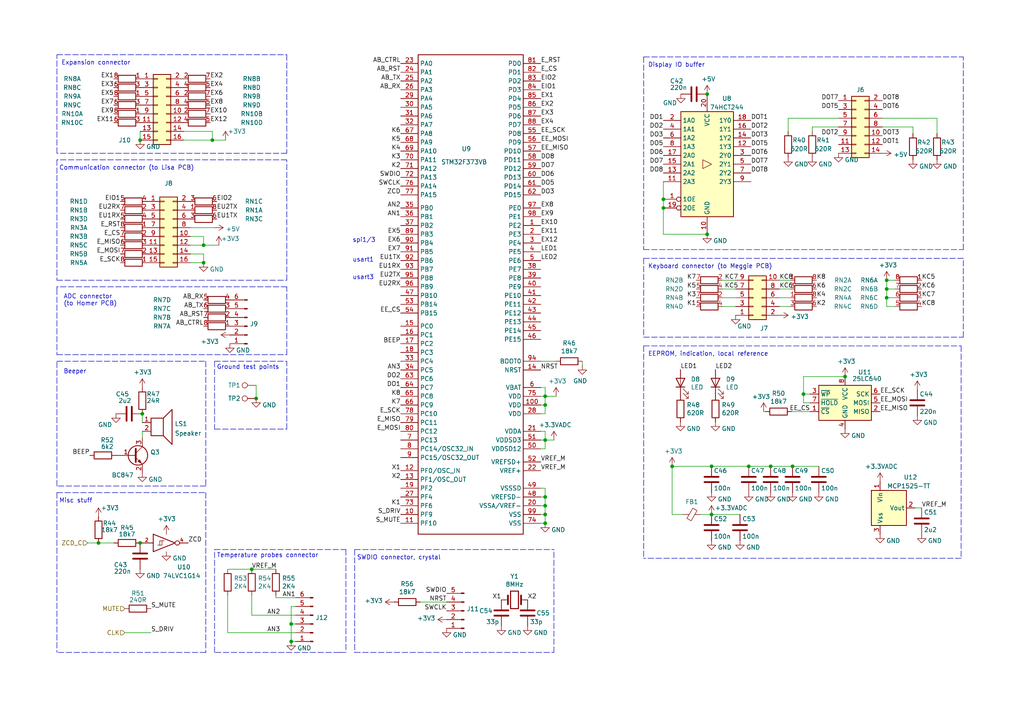
<source format=kicad_sch>
(kicad_sch (version 20211123) (generator eeschema)
  (paper "A4")
  (junction (at 73.025 165.1))
  (junction (at 158.115 151.765))
  (junction (at 40.64 40.64))
  (junction (at 59.055 76.2))
  (junction (at 84.455 180.975))
  (junction (at 61.595 40.64))
  (junction (at 158.115 114.935))
  (junction (at 40.64 157.48))
  (junction (at 158.115 149.225))
  (junction (at 223.52 135.255))
  (junction (at 205.105 67.945))
  (junction (at 245.11 109.22))
  (junction (at 28.575 157.48))
  (junction (at 158.115 117.475))
  (junction (at 158.115 127.635))
  (junction (at 74.295 115.57))
  (junction (at 84.455 186.055))
  (junction (at 158.115 144.145))
  (junction (at 158.115 146.685))
  (junction (at 257.175 81.28))
  (junction (at 192.405 60.325))
  (junction (at 41.275 120.015))
  (junction (at 229.87 135.255))
  (junction (at 257.175 83.82))
  (junction (at 206.375 135.255))
  (junction (at 194.945 135.255))
  (junction (at 206.375 149.225))
  (junction (at 59.055 71.12))
  (junction (at 205.105 27.305))
  (junction (at 233.045 114.3))
  (junction (at 192.405 57.785))
  (junction (at 257.175 86.36))
  (junction (at 217.17 135.255))
  (polyline (pts (xy 62.23 104.775) (xy 62.23 124.46)))
  (wire (pts (xy 209.55 88.9) (xy 213.36 88.9)))
  (wire (pts (xy 41.275 125.095) (xy 41.275 127)))
  (wire (pts (xy 59.055 73.66) (xy 55.245 73.66)))
  (polyline (pts (xy 186.69 100.33) (xy 186.69 161.925)))
  (polyline (pts (xy 186.69 74.93) (xy 251.46 74.93)))
  (wire (pts (xy 233.045 116.84) (xy 233.045 114.3)))
  (wire (pts (xy 198.12 149.225) (xy 194.945 149.225)))
  (wire (pts (xy 257.175 86.36) (xy 257.175 88.9)))
  (wire (pts (xy 40.64 38.1) (xy 40.64 40.64)))
  (wire (pts (xy 161.29 104.775) (xy 156.845 104.775)))
  (wire (pts (xy 156.845 141.605) (xy 158.115 141.605)))
  (wire (pts (xy 85.725 186.055) (xy 84.455 186.055)))
  (wire (pts (xy 229.235 86.36) (xy 226.06 86.36)))
  (polyline (pts (xy 83.185 124.46) (xy 83.185 104.775)))
  (wire (pts (xy 228.6 34.29) (xy 228.6 38.1)))
  (polyline (pts (xy 279.4 97.79) (xy 279.4 74.93)))
  (wire (pts (xy 233.045 109.22) (xy 233.045 114.3)))
  (polyline (pts (xy 59.69 140.97) (xy 16.51 140.97)))
  (wire (pts (xy 217.17 135.255) (xy 223.52 135.255)))
  (wire (pts (xy 156.845 151.765) (xy 158.115 151.765)))
  (wire (pts (xy 156.845 112.395) (xy 158.115 112.395)))
  (polyline (pts (xy 102.87 159.385) (xy 102.87 189.23)))
  (wire (pts (xy 84.455 175.895) (xy 84.455 180.975)))
  (wire (pts (xy 158.115 149.225) (xy 158.115 151.765)))
  (wire (pts (xy 271.78 34.29) (xy 271.78 38.735)))
  (polyline (pts (xy 16.51 142.875) (xy 59.69 142.875)))
  (wire (pts (xy 192.405 52.705) (xy 192.405 57.785)))
  (wire (pts (xy 36.195 183.515) (xy 43.815 183.515)))
  (wire (pts (xy 158.115 112.395) (xy 158.115 114.935)))
  (wire (pts (xy 85.725 183.515) (xy 66.04 183.515)))
  (wire (pts (xy 55.245 66.04) (xy 62.23 66.04)))
  (polyline (pts (xy 102.87 189.23) (xy 160.655 189.23)))
  (wire (pts (xy 158.115 146.685) (xy 158.115 149.225)))
  (polyline (pts (xy 16.51 15.875) (xy 83.185 15.875)))
  (wire (pts (xy 156.845 144.145) (xy 158.115 144.145)))
  (wire (pts (xy 129.54 174.625) (xy 121.92 174.625)))
  (wire (pts (xy 237.49 135.255) (xy 229.87 135.255)))
  (polyline (pts (xy 98.425 189.23) (xy 62.23 189.23)))
  (wire (pts (xy 245.11 109.22) (xy 233.045 109.22)))
  (wire (pts (xy 257.175 83.82) (xy 257.175 86.36)))
  (wire (pts (xy 73.025 165.1) (xy 80.01 165.1)))
  (wire (pts (xy 55.245 71.12) (xy 59.055 71.12)))
  (wire (pts (xy 192.405 57.785) (xy 192.405 60.325)))
  (wire (pts (xy 156.845 146.685) (xy 158.115 146.685)))
  (wire (pts (xy 156.845 130.175) (xy 158.115 130.175)))
  (wire (pts (xy 61.595 40.64) (xy 65.405 40.64)))
  (wire (pts (xy 156.845 125.095) (xy 158.115 125.095)))
  (wire (pts (xy 53.34 40.64) (xy 61.595 40.64)))
  (wire (pts (xy 85.725 175.895) (xy 84.455 175.895)))
  (polyline (pts (xy 59.69 189.23) (xy 16.51 189.23)))
  (wire (pts (xy 158.115 125.095) (xy 158.115 127.635)))
  (polyline (pts (xy 16.51 83.82) (xy 16.51 102.87)))
  (polyline (pts (xy 62.23 159.385) (xy 100.33 159.385)))
  (wire (pts (xy 158.115 144.145) (xy 158.115 146.685)))
  (wire (pts (xy 205.105 67.945) (xy 192.405 67.945)))
  (wire (pts (xy 156.845 114.935) (xy 158.115 114.935)))
  (wire (pts (xy 85.725 173.355) (xy 80.01 173.355)))
  (polyline (pts (xy 62.23 124.46) (xy 83.185 124.46)))
  (polyline (pts (xy 16.51 44.45) (xy 16.51 15.875)))
  (polyline (pts (xy 16.51 104.775) (xy 59.69 104.775)))
  (polyline (pts (xy 102.87 159.385) (xy 160.655 159.385)))
  (wire (pts (xy 59.055 71.12) (xy 59.055 68.58)))
  (wire (pts (xy 264.795 36.83) (xy 264.795 38.735)))
  (wire (pts (xy 59.055 76.2) (xy 55.245 76.2)))
  (polyline (pts (xy 83.185 46.355) (xy 16.51 46.355)))
  (wire (pts (xy 194.945 135.255) (xy 206.375 135.255)))
  (wire (pts (xy 235.585 36.83) (xy 235.585 38.1)))
  (polyline (pts (xy 279.4 74.93) (xy 251.46 74.93)))
  (wire (pts (xy 28.575 157.48) (xy 33.02 157.48)))
  (polyline (pts (xy 279.4 72.39) (xy 279.4 16.51)))
  (polyline (pts (xy 59.69 104.775) (xy 59.69 140.97)))
  (polyline (pts (xy 186.69 72.39) (xy 279.4 72.39)))
  (wire (pts (xy 25.4 157.48) (xy 28.575 157.48)))
  (wire (pts (xy 229.235 83.82) (xy 226.06 83.82)))
  (wire (pts (xy 158.115 120.015) (xy 158.115 117.475)))
  (wire (pts (xy 41.275 120.015) (xy 41.275 122.555)))
  (wire (pts (xy 158.115 114.935) (xy 158.115 117.475)))
  (polyline (pts (xy 83.185 102.87) (xy 83.185 83.185)))
  (polyline (pts (xy 62.23 104.775) (xy 83.185 104.775)))
  (wire (pts (xy 255.905 34.29) (xy 271.78 34.29)))
  (wire (pts (xy 160.655 127.635) (xy 158.115 127.635)))
  (wire (pts (xy 85.725 178.435) (xy 73.025 178.435)))
  (polyline (pts (xy 83.185 44.45) (xy 16.51 44.45)))
  (wire (pts (xy 255.905 36.83) (xy 264.795 36.83)))
  (polyline (pts (xy 186.69 100.33) (xy 278.765 100.33)))
  (wire (pts (xy 243.205 34.29) (xy 228.6 34.29)))
  (wire (pts (xy 229.235 81.28) (xy 226.06 81.28)))
  (polyline (pts (xy 83.185 83.185) (xy 16.51 83.185)))
  (polyline (pts (xy 278.765 161.925) (xy 186.69 161.925)))
  (wire (pts (xy 194.945 149.225) (xy 194.945 135.255)))
  (polyline (pts (xy 278.765 100.33) (xy 278.765 161.925)))
  (polyline (pts (xy 186.69 16.51) (xy 279.4 16.51)))
  (polyline (pts (xy 186.69 74.93) (xy 186.69 97.79)))
  (polyline (pts (xy 160.655 189.23) (xy 160.655 159.385)))
  (polyline (pts (xy 16.51 83.185) (xy 16.51 83.82)))
  (wire (pts (xy 158.115 114.935) (xy 161.29 114.935)))
  (wire (pts (xy 223.52 135.255) (xy 229.87 135.255)))
  (wire (pts (xy 80.01 173.355) (xy 80.01 172.72)))
  (polyline (pts (xy 186.69 16.51) (xy 186.69 72.39)))
  (wire (pts (xy 206.375 135.255) (xy 217.17 135.255)))
  (polyline (pts (xy 83.185 81.28) (xy 83.185 46.355)))
  (wire (pts (xy 257.175 81.28) (xy 259.715 81.28)))
  (wire (pts (xy 55.245 68.58) (xy 59.055 68.58)))
  (wire (pts (xy 229.235 88.9) (xy 226.06 88.9)))
  (wire (pts (xy 158.115 141.605) (xy 158.115 144.145)))
  (polyline (pts (xy 83.185 15.875) (xy 83.185 44.45)))
  (wire (pts (xy 156.845 120.015) (xy 158.115 120.015)))
  (polyline (pts (xy 16.51 50.8) (xy 16.51 81.28)))
  (wire (pts (xy 59.055 71.12) (xy 63.5 71.12)))
  (wire (pts (xy 234.95 119.38) (xy 229.616 119.38)))
  (wire (pts (xy 234.95 116.84) (xy 233.045 116.84)))
  (wire (pts (xy 156.845 117.475) (xy 158.115 117.475)))
  (wire (pts (xy 257.175 86.36) (xy 259.715 86.36)))
  (wire (pts (xy 265.43 147.32) (xy 267.335 147.32)))
  (polyline (pts (xy 16.51 46.355) (xy 16.51 50.8)))
  (wire (pts (xy 221.996 119.38) (xy 221.488 119.38)))
  (wire (pts (xy 74.295 111.76) (xy 74.295 115.57)))
  (polyline (pts (xy 98.425 189.23) (xy 100.33 189.23)))
  (wire (pts (xy 158.115 130.175) (xy 158.115 127.635)))
  (polyline (pts (xy 16.51 140.97) (xy 16.51 104.775)))
  (wire (pts (xy 192.405 67.945) (xy 192.405 60.325)))
  (wire (pts (xy 156.845 149.225) (xy 158.115 149.225)))
  (wire (pts (xy 61.595 40.64) (xy 61.595 38.1)))
  (wire (pts (xy 158.115 127.635) (xy 156.845 127.635)))
  (wire (pts (xy 85.725 180.975) (xy 84.455 180.975)))
  (wire (pts (xy 243.205 36.83) (xy 235.585 36.83)))
  (wire (pts (xy 168.91 104.775) (xy 168.91 106.045)))
  (wire (pts (xy 84.455 180.975) (xy 84.455 186.055)))
  (polyline (pts (xy 16.51 102.87) (xy 83.185 102.87)))
  (wire (pts (xy 209.55 86.36) (xy 213.36 86.36)))
  (wire (pts (xy 257.175 83.82) (xy 257.175 81.28)))
  (polyline (pts (xy 100.33 159.385) (xy 100.33 189.23)))
  (wire (pts (xy 59.055 73.66) (xy 59.055 76.2)))
  (wire (pts (xy 73.025 178.435) (xy 73.025 172.72)))
  (wire (pts (xy 259.715 83.82) (xy 257.175 83.82)))
  (polyline (pts (xy 62.23 189.23) (xy 62.23 159.385)))
  (wire (pts (xy 203.2 149.225) (xy 206.375 149.225)))
  (wire (pts (xy 206.375 149.225) (xy 214.63 149.225)))
  (polyline (pts (xy 186.69 97.79) (xy 279.4 97.79)))
  (wire (pts (xy 209.55 81.28) (xy 213.36 81.28)))
  (wire (pts (xy 257.175 88.9) (xy 259.715 88.9)))
  (polyline (pts (xy 16.51 81.28) (xy 83.185 81.28)))
  (polyline (pts (xy 59.69 142.875) (xy 59.69 189.23)))
  (wire (pts (xy 209.55 83.82) (xy 213.36 83.82)))
  (wire (pts (xy 66.04 165.1) (xy 73.025 165.1)))
  (wire (pts (xy 234.95 114.3) (xy 233.045 114.3)))
  (wire (pts (xy 66.04 183.515) (xy 66.04 172.72)))
  (polyline (pts (xy 16.51 142.875) (xy 16.51 189.23)))
  (wire (pts (xy 53.34 38.1) (xy 61.595 38.1)))
  (text "Beeper" (at 18.415 108.585 0) (effects (font (size 1.27 1.27)) (justify left bottom)))
  (text "Expansion connector" (at 17.78 19.05 0) (effects (font (size 1.27 1.27)) (justify left bottom)))
  (text "Temperature probes connector" (at 62.865 161.925 0) (effects (font (size 1.27 1.27)) (justify left bottom)))
  (text "SWDIO connector, crystal" (at 103.505 162.56 0) (effects (font (size 1.27 1.27)) (justify left bottom)))
  (text "Communication connector (to Lisa PCB)" (at 17.145 49.53 0) (effects (font (size 1.27 1.27)) (justify left bottom)))
  (text "Ground test points" (at 62.865 107.315 0) (effects (font (size 1.27 1.27)) (justify left bottom)))
  (text "ADC connector\n(to Homer PCB)" (at 18.415 88.9 0) (effects (font (size 1.27 1.27)) (justify left bottom)))
  (text "Keyboard connector (to Meggie PCB)" (at 187.96 78.105 0) (effects (font (size 1.27 1.27)) (justify left bottom)))
  (text "spi1/3" (at 102.235 70.485 0) (effects (font (size 1.27 1.27)) (justify left bottom)))
  (text "usart3" (at 102.235 81.28 0) (effects (font (size 1.27 1.27)) (justify left bottom)))
  (text "Display IO buffer" (at 187.96 19.685 0) (effects (font (size 1.27 1.27)) (justify left bottom)))
  (text "usart1" (at 102.235 76.2 0) (effects (font (size 1.27 1.27)) (justify left bottom)))
  (text "EEPROM, indication, local reference" (at 187.96 103.505 0) (effects (font (size 1.27 1.27)) (justify left bottom)))
  (text "Misc stuff" (at 17.145 146.05 0) (effects (font (size 1.27 1.27)) (justify left bottom)))
  (label "DO6" (at 192.405 45.085 180))
  (label "EX4" (at 60.96 25.4 0))
  (label "EE_CS" (at 234.95 119.38 180))
  (label "NRST" (at 129.54 174.625 180))
  (label "EX1" (at 156.845 28.575 0))
  (label "K4" (at 236.855 86.36 0))
  (label "S_MUTE" (at 43.815 176.53 0))
  (label "EIO2" (at 62.865 58.42 0))
  (label "DO8" (at 156.845 46.355 0))
  (label "EU2TX" (at 116.205 80.645 180))
  (label "EE_CS" (at 116.205 90.805 180))
  (label "KC8" (at 267.335 88.9 0))
  (label "K6" (at 116.205 38.735 180))
  (label "DOT2" (at 217.805 37.465 0))
  (label "AB_CTRL" (at 59.055 94.615 180))
  (label "K2" (at 236.855 88.9 0))
  (label "EE_MISO" (at 156.845 43.815 0))
  (label "K8" (at 236.855 81.28 0))
  (label "BEEP" (at 116.205 99.695 180))
  (label "K5" (at 201.93 83.82 180))
  (label "DOT6" (at 255.905 31.75 0))
  (label "K3" (at 116.205 46.355 180))
  (label "EIO1" (at 34.925 58.42 180))
  (label "DO5" (at 192.405 42.545 180))
  (label "K3" (at 201.93 86.36 180))
  (label "KC6" (at 226.06 83.82 0))
  (label "EX10" (at 60.96 33.02 0))
  (label "AN1" (at 81.915 173.355 0))
  (label "X1" (at 116.205 136.525 180))
  (label "VREF_M" (at 73.025 165.1 0))
  (label "S_MUTE" (at 116.205 151.765 180))
  (label "EX3" (at 156.845 33.655 0))
  (label "LED1" (at 197.358 107.188 0))
  (label "EX6" (at 116.205 70.485 180))
  (label "EX11" (at 33.02 35.56 180))
  (label "EX2" (at 60.96 22.86 0))
  (label "DOT3" (at 255.905 39.37 0))
  (label "DO1" (at 192.405 34.925 180))
  (label "K1" (at 116.205 146.685 180))
  (label "EX5" (at 116.205 67.945 180))
  (label "EX8" (at 60.96 30.48 0))
  (label "E_RST" (at 34.925 66.04 180))
  (label "SWDIO" (at 129.54 172.085 180))
  (label "DO8" (at 192.405 50.165 180))
  (label "EX6" (at 60.96 27.94 0))
  (label "AN1" (at 116.205 62.865 180))
  (label "KC5" (at 210.185 83.82 0))
  (label "K2" (at 116.205 48.895 180))
  (label "X2" (at 116.205 139.065 180))
  (label "AN2" (at 116.205 60.325 180))
  (label "ZCD" (at 116.205 56.515 180))
  (label "DOT1" (at 255.905 41.91 0))
  (label "K7" (at 201.93 81.28 180))
  (label "KC6" (at 267.335 83.82 0))
  (label "DOT6" (at 217.805 45.085 0))
  (label "AN3" (at 116.205 107.315 180))
  (label "AN3" (at 77.47 183.515 0))
  (label "AN2" (at 77.47 178.435 0))
  (label "E_MISO" (at 116.205 122.555 180))
  (label "EX9" (at 33.02 33.02 180))
  (label "VREF_M" (at 267.335 147.32 0))
  (label "K4" (at 116.205 43.815 180))
  (label "E_CS" (at 34.925 68.58 180))
  (label "EU2TX" (at 62.865 60.96 0))
  (label "AB_RX" (at 59.055 86.995 180))
  (label "DO3" (at 156.845 56.515 0))
  (label "EIO2" (at 156.845 23.495 0))
  (label "EX10" (at 156.845 65.405 0))
  (label "E_MISO" (at 34.925 71.12 180))
  (label "DOT7" (at 217.805 47.625 0))
  (label "DOT7" (at 243.205 29.21 180))
  (label "DOT5" (at 217.805 42.545 0))
  (label "DO5" (at 156.845 53.975 0))
  (label "EU1RX" (at 116.205 78.105 180))
  (label "DOT8" (at 217.805 50.165 0))
  (label "EX11" (at 156.845 67.945 0))
  (label "LED1" (at 156.845 73.025 0))
  (label "ZCD" (at 54.61 157.48 0))
  (label "EE_MOSI" (at 156.845 41.275 0))
  (label "KC7" (at 267.335 86.36 0))
  (label "E_MOSI" (at 116.205 125.095 180))
  (label "X1" (at 145.415 173.99 180))
  (label "E_SCK" (at 34.925 76.2 180))
  (label "BEEP" (at 26.035 132.08 180))
  (label "K7" (at 116.205 117.475 180))
  (label "LED2" (at 207.518 107.188 0))
  (label "K8" (at 116.205 114.935 180))
  (label "EX7" (at 33.02 30.48 180))
  (label "LED2" (at 156.845 75.565 0))
  (label "DO1" (at 116.205 112.395 180))
  (label "EX3" (at 33.02 25.4 180))
  (label "EU2RX" (at 116.205 83.185 180))
  (label "DOT5" (at 243.205 31.75 180))
  (label "E_SCK" (at 116.205 120.015 180))
  (label "AB_TX" (at 116.205 23.495 180))
  (label "E_CS" (at 156.845 20.955 0))
  (label "K5" (at 116.205 41.275 180))
  (label "KC7" (at 210.185 81.28 0))
  (label "EE_SCK" (at 255.27 114.3 0))
  (label "SWCLK" (at 116.205 53.975 180))
  (label "DOT8" (at 255.905 29.21 0))
  (label "EX12" (at 60.96 35.56 0))
  (label "DO2" (at 192.405 37.465 180))
  (label "DOT1" (at 217.805 34.925 0))
  (label "DO7" (at 192.405 47.625 180))
  (label "EX12" (at 156.845 70.485 0))
  (label "VREF_M" (at 156.845 133.985 0))
  (label "E_RST" (at 156.845 18.415 0))
  (label "EX5" (at 33.02 27.94 180))
  (label "KC8" (at 226.06 81.28 0))
  (label "EIO1" (at 156.845 26.035 0))
  (label "NRST" (at 156.845 107.315 0))
  (label "KC5" (at 267.335 81.28 0))
  (label "DO2" (at 116.205 109.855 180))
  (label "EE_MOSI" (at 255.27 116.84 0))
  (label "AB_RST" (at 116.205 20.955 180))
  (label "EU2RX" (at 34.925 60.96 180))
  (label "EX1" (at 33.02 22.86 180))
  (label "EX9" (at 156.845 62.865 0))
  (label "DO3" (at 192.405 40.005 180))
  (label "DO6" (at 156.845 51.435 0))
  (label "EU1RX" (at 34.925 63.5 180))
  (label "SWDIO" (at 116.205 51.435 180))
  (label "AB_TX" (at 59.055 89.535 180))
  (label "K6" (at 236.855 83.82 0))
  (label "DOT2" (at 243.205 39.37 180))
  (label "EX2" (at 156.845 31.115 0))
  (label "AB_CTRL" (at 116.205 18.415 180))
  (label "EE_MISO" (at 255.27 119.38 0))
  (label "E_MOSI" (at 34.925 73.66 180))
  (label "AB_RST" (at 59.055 92.075 180))
  (label "EU1TX" (at 116.205 75.565 180))
  (label "K1" (at 201.93 88.9 180))
  (label "EU1TX" (at 62.865 63.5 0))
  (label "SWCLK" (at 129.54 177.165 180))
  (label "S_DRIV" (at 116.205 149.225 180))
  (label "DOT3" (at 217.805 40.005 0))
  (label "EE_SCK" (at 156.845 38.735 0))
  (label "S_DRIV" (at 43.815 183.515 0))
  (label "EX8" (at 156.845 60.325 0))
  (label "DO7" (at 156.845 48.895 0))
  (label "EX4" (at 156.845 36.195 0))
  (label "X2" (at 153.035 173.99 0))
  (label "VREF_M" (at 156.845 136.525 0))
  (label "AB_RX" (at 116.205 26.035 180))
  (label "EX7" (at 116.205 73.025 180))
  (hierarchical_label "MUTE" (shape input) (at 36.195 176.53 180))
  (hierarchical_label "ZCD_C" (shape input) (at 25.4 157.48 180))
  (hierarchical_label "CLK" (shape input) (at 36.195 183.515 180))
  (symbol (lib_id "power:GND") (at 158.115 151.765 0) (unit 1)
    (property "Reference" "#PWR0106" (effects hide))
    (property "Value" "GND" (at 161.925 153.67 0))
  )
  (symbol (lib_id "power:GND") (at 66.675 99.695 0) (unit 1)
    (property "Reference" "#PWR076" (effects hide))
    (property "Value" "GND" (at 70.485 101.6 0))
  )
  (symbol (lib_id "Device:R") (at 36.83 157.48 90) (unit 1)
    (property "Reference" "R45" (at 36.83 153.035 90))
    (property "Value" "18k7" (at 36.83 154.94 90))
    (property "Footprint" "Resistor_SMD:R_MiniMELF_MMA-0204" (effects hide))
    (property "PN" "SMDMM0204-18K7" (effects hide))
    (property "supplier" "TME" (effects hide))
  )
  (symbol (lib_id "Connector_Generic:Conn_02x08_Odd_Even") (at 45.72 30.48 0) (unit 1)
    (property "Reference" "J10" (at 36.195 40.64 0))
    (property "Value" "Conn_02x08_Odd_Even" (effects hide))
    (property "Footprint" "Connector_PinHeader_2.54mm:PinHeader_2x08_P2.54mm_Vertical" (effects hide))
    (property "PN" "ZL201-10G" (effects hide))
    (property "supplier" "TME" (effects hide))
  )
  (symbol (lib_id "power:GND") (at 153.035 181.61 0) (unit 1)
    (property "Reference" "#PWR0110" (effects hide))
    (property "Value" "GND" (at 156.845 183.515 0))
  )
  (symbol (lib_id "Device:R") (at 80.01 168.91 180) (unit 1)
    (property "Reference" "R55" (at 81.788 167.7416 0) (effects (justify right)))
    (property "Value" "2K4" (at 81.788 170.053 0) (effects (justify right)))
    (property "Footprint" "Resistor_SMD:R_MiniMELF_MMA-0204" (effects hide))
    (property "PN" "MMA02040C2401" (effects hide))
    (property "supplier" "TME" (effects hide))
  )
  (symbol (lib_id "power:+3.3V") (at 257.175 81.28 0) (unit 1)
    (property "Reference" "#PWR074" (effects hide))
    (property "Value" "+3.3V" (at 257.556 76.8858 0))
  )
  (symbol (lib_id "Memory_EEPROM:25LCxxx") (at 245.11 116.84 0) (unit 1)
    (property "Reference" "U11" (at 250.825 107.95 0))
    (property "Value" "25LC640" (at 251.46 109.855 0))
    (property "Footprint" "Package_SO:SOIC-8_3.9x4.9mm_P1.27mm" (effects hide))
    (property "Datasheet" "http://ww1.microchip.com/downloads/en/DeviceDoc/21832H.pdf" (effects hide))
    (property "PN" "25LC640A-I/SN" (effects hide))
    (property "supplier" "TME" (effects hide))
  )
  (symbol (lib_id "Device:R") (at 264.795 42.545 180) (unit 1)
    (property "Reference" "R42" (at 267.97 41.275 0))
    (property "Value" "620R" (at 267.97 43.815 0))
    (property "Footprint" "Resistor_SMD:R_MiniMELF_MMA-0204" (effects hide))
    (property "PN" "MMA02040C6200" (effects hide))
    (property "supplier" "TME" (effects hide))
  )
  (symbol (lib_id "Device:R_Pack04_Split") (at 38.735 63.5 90) (unit 4)
    (property "Reference" "RN3" (at 22.86 63.5 90))
    (property "Value" "51R" (effects hide))
    (property "Footprint" "Resistor_SMD:R_Array_Convex_4x1206" (effects hide))
    (property "supplier" "MOUSER" (effects hide))
    (property "PN" "EXB-S8V510J " (effects hide))
  )
  (symbol (lib_id "Device:R_Pack04_Split") (at 62.865 86.995 90) (mirror x) (unit 4)
    (property "Reference" "RN7" (at 46.99 86.995 90))
    (property "Value" "51R" (effects hide))
    (property "Footprint" "Resistor_SMD:R_Array_Convex_4x1206" (effects hide))
    (property "supplier" "MOUSER" (effects hide))
    (property "PN" "EXB-S8V510J " (effects hide))
  )
  (symbol (lib_id "Device:R_Pack04_Split") (at 57.15 25.4 270) (mirror x) (unit 4)
    (property "Reference" "RN8" (at 73.025 25.4 90))
    (property "Value" "51R" (effects hide))
    (property "Footprint" "Resistor_SMD:R_Array_Convex_4x1206" (effects hide))
    (property "supplier" "MOUSER" (effects hide))
    (property "PN" "EXB-S8V510J " (effects hide))
  )
  (symbol (lib_id "Device:R_Pack04_Split") (at 38.735 66.04 90) (unit 1)
    (property "Reference" "RN3" (at 22.86 66.04 90))
    (property "Value" "51R" (effects hide))
    (property "Footprint" "Resistor_SMD:R_Array_Convex_4x1206" (effects hide))
    (property "supplier" "MOUSER" (effects hide))
    (property "PN" "EXB-S8V510J " (effects hide))
  )
  (symbol (lib_id "Device:R_Pack04_Split") (at 263.525 81.28 90) (unit 1)
    (property "Reference" "RN6" (at 252.095 81.28 90))
    (property "Value" "20k" (effects hide))
    (property "Footprint" "Resistor_SMD:R_Array_Convex_4x1206" (effects hide))
    (property "supplier" "MOUSER" (effects hide))
    (property "PN" "EXB-S8V203J" (effects hide))
  )
  (symbol (lib_id "power:GND") (at 266.065 120.65 0) (unit 1)
    (property "Reference" "#PWR088" (effects hide))
    (property "Value" "GND" (at 269.875 122.555 0))
  )
  (symbol (lib_id "Device:C") (at 266.065 116.84 0) (unit 1)
    (property "Reference" "C44" (at 266.7 114.3 0) (effects (justify left)))
    (property "Value" "220n" (at 266.7 119.38 0) (effects (justify left)))
    (property "Footprint" "Capacitor_SMD:C_0805_2012Metric_Pad1.18x1.45mm_HandSolder" (effects hide))
    (property "PN" "VJ0805Y224KXATW1BC" (effects hide))
    (property "supplier" "TME" (effects hide))
  )
  (symbol (lib_id "Device:R") (at 225.806 119.38 270) (unit 1)
    (property "Reference" "R50" (at 225.806 114.1222 90))
    (property "Value" "18k7" (at 225.806 116.4336 90))
    (property "Footprint" "Resistor_SMD:R_MiniMELF_MMA-0204" (effects hide))
    (property "PN" "SMDMM0204-18K7" (effects hide))
    (property "supplier" "TME" (effects hide))
  )
  (symbol (lib_id "Device:R") (at 66.04 168.91 180) (unit 1)
    (property "Reference" "R53" (at 67.818 167.7416 0) (effects (justify right)))
    (property "Value" "2K4" (at 67.818 170.053 0) (effects (justify right)))
    (property "Footprint" "Resistor_SMD:R_MiniMELF_MMA-0204" (effects hide))
    (property "PN" "MMA02040C2401" (effects hide))
    (property "supplier" "TME" (effects hide))
  )
  (symbol (lib_id "Device:C") (at 267.335 151.13 0) (unit 1)
    (property "Reference" "C51" (at 267.97 148.59 0) (effects (justify left)))
    (property "Value" "2u2" (at 267.97 153.67 0) (effects (justify left)))
    (property "Footprint" "Capacitor_SMD:C_0805_2012Metric_Pad1.18x1.45mm_HandSolder" (effects hide))
    (property "PN" "CL21B225KPFNNNE" (effects hide))
    (property "supplier" "TME" (effects hide))
  )
  (symbol (lib_id "power:+5V") (at 62.23 66.04 270) (unit 1)
    (property "Reference" "#PWR068" (effects hide))
    (property "Value" "+5V" (at 65.4812 66.421 90) (effects (justify left)))
  )
  (symbol (lib_id "power:GND") (at 207.518 122.428 0) (unit 1)
    (property "Reference" "#PWR090" (effects hide))
    (property "Value" "GND" (at 211.328 124.333 0))
  )
  (symbol (lib_id "Device:C") (at 229.87 139.065 0) (unit 1)
    (property "Reference" "C49" (at 230.505 136.525 0) (effects (justify left)))
    (property "Value" "100n" (at 230.505 141.605 0) (effects (justify left)))
    (property "Footprint" "Capacitor_SMD:C_0603_1608Metric_Pad1.08x0.95mm_HandSolder" (effects hide))
    (property "PN" "CL10B104KB8NNND" (effects hide))
    (property "supplier" "TME" (effects hide))
  )
  (symbol (lib_id "Device:R_Pack04_Split") (at 38.735 76.2 90) (mirror x) (unit 1)
    (property "Reference" "RN5" (at 22.86 76.2 90))
    (property "Value" "51R" (effects hide))
    (property "Footprint" "Resistor_SMD:R_Array_Convex_4x1206" (effects hide))
    (property "supplier" "MOUSER" (effects hide))
    (property "PN" "EXB-S8V510J " (effects hide))
  )
  (symbol (lib_id "Device:R") (at 41.275 116.205 0) (unit 1)
    (property "Reference" "R47" (at 44.45 114.3 0))
    (property "Value" "24R" (at 44.45 116.205 0))
    (property "Footprint" "Resistor_SMD:R_MiniMELF_MMA-0204" (effects hide))
    (property "PN" "SMDMM0204-24R" (effects hide))
    (property "supplier" "TME" (effects hide))
  )
  (symbol (lib_id "Device:R_Pack04_Split") (at 62.865 92.075 90) (mirror x) (unit 2)
    (property "Reference" "RN7" (at 46.99 92.075 90))
    (property "Value" "51R" (effects hide))
    (property "Footprint" "Resistor_SMD:R_Array_Convex_4x1206" (effects hide))
    (property "supplier" "MOUSER" (effects hide))
    (property "PN" "EXB-S8V510J " (effects hide))
  )
  (symbol (lib_id "power:GND") (at 129.54 182.245 0) (unit 1)
    (property "Reference" "#PWR0111" (effects hide))
    (property "Value" "GND" (at 133.35 184.15 0))
  )
  (symbol (lib_id "Device:R_Pack04_Split") (at 57.15 33.02 270) (unit 2)
    (property "Reference" "RN10" (at 73.025 33.02 90))
    (property "Value" "51R" (effects hide))
    (property "Footprint" "Resistor_SMD:R_Array_Convex_4x1206" (effects hide))
    (property "supplier" "MOUSER" (effects hide))
    (property "PN" "EXB-S8V510J " (effects hide))
  )
  (symbol (lib_id "power:+3.3V") (at 161.29 114.935 0) (unit 1)
    (property "Reference" "#PWR087" (effects hide))
    (property "Value" "+3.3V" (at 161.671 110.5408 0))
  )
  (symbol (lib_id "Device:R_Pack04_Split") (at 38.735 58.42 90) (unit 4)
    (property "Reference" "RN1" (at 22.86 58.42 90))
    (property "Value" "51R" (effects hide))
    (property "Footprint" "Resistor_SMD:R_Array_Convex_4x1206" (effects hide))
    (property "supplier" "MOUSER" (effects hide))
    (property "PN" "EXB-S8V510J " (effects hide))
  )
  (symbol (lib_id "Device:R_Pack04_Split") (at 36.83 35.56 90) (mirror x) (unit 3)
    (property "Reference" "RN10" (at 20.955 35.56 90))
    (property "Value" "51R" (effects hide))
    (property "Footprint" "Resistor_SMD:R_Array_Convex_4x1206" (effects hide))
    (property "supplier" "MOUSER" (effects hide))
    (property "PN" "EXB-S8V510J " (effects hide))
  )
  (symbol (lib_id "Device:C") (at 237.49 139.065 0) (unit 1)
    (property "Reference" "C50" (at 238.125 136.525 0) (effects (justify left)))
    (property "Value" "100n" (at 238.125 141.605 0) (effects (justify left)))
    (property "Footprint" "Capacitor_SMD:C_0603_1608Metric_Pad1.08x0.95mm_HandSolder" (effects hide))
    (property "PN" "CL10B104KB8NNND" (effects hide))
    (property "supplier" "TME" (effects hide))
  )
  (symbol (lib_id "power:GND") (at 84.455 186.055 0) (unit 1)
    (property "Reference" "#PWR0114" (effects hide))
    (property "Value" "GND" (at 88.265 187.96 0))
  )
  (symbol (lib_id "Device:R_Pack04_Split") (at 233.045 83.82 270) (mirror x) (unit 3)
    (property "Reference" "RN2" (at 244.475 83.82 90))
    (property "Value" "51R" (effects hide))
    (property "Footprint" "Resistor_SMD:R_Array_Convex_4x1206" (effects hide))
    (property "supplier" "MOUSER" (effects hide))
    (property "PN" "EXB-S8V510J " (effects hide))
  )
  (symbol (lib_id "power:+3.3V") (at 194.945 135.255 0) (unit 1)
    (property "Reference" "#PWR093" (effects hide))
    (property "Value" "+3.3V" (at 195.326 130.8608 0))
  )
  (symbol (lib_id "Device:R_Pack04_Split") (at 38.735 73.66 90) (mirror x) (unit 2)
    (property "Reference" "RN5" (at 22.86 73.66 90))
    (property "Value" "51R" (effects hide))
    (property "Footprint" "Resistor_SMD:R_Array_Convex_4x1206" (effects hide))
    (property "supplier" "MOUSER" (effects hide))
    (property "PN" "EXB-S8V510J " (effects hide))
  )
  (symbol (lib_id "power:+3.3V") (at 63.5 71.12 0) (unit 1)
    (property "Reference" "#PWR071" (effects hide))
    (property "Value" "+3.3V" (at 64.135 69.215 0) (effects (justify left)))
  )
  (symbol (lib_id "Connector:TestPoint") (at 74.295 115.57 90) (unit 1)
    (property "Reference" "TP2" (at 67.945 115.57 90))
    (property "Value" "TestPoint" (effects hide))
    (property "Footprint" "TestPoint:TestPoint_Loop_D3.50mm_Drill1.4mm_Beaded" (effects hide))
    (property "comment" "optional" (effects hide))
    (property "supplier" "aliexpress" (effects hide))
  )
  (symbol (lib_id "power:GND") (at 205.105 67.945 0) (unit 1)
    (property "Reference" "#PWR072" (effects hide))
    (property "Value" "GND" (at 208.915 69.85 0))
  )
  (symbol (lib_id "Connector_Generic:Conn_02x07_Odd_Even") (at 248.285 36.83 0) (unit 1)
    (property "Reference" "J6" (at 249.555 26.035 0))
    (property "Value" "Conn_02x07_Odd_Even" (effects hide))
    (property "Footprint" "Connector_IDC:IDC-Header_2x07_P2.54mm_Vertical" (effects hide))
    (property "PN" " T821-1-14-S1" (effects hide))
    (property "supplier" "TME" (effects hide))
  )
  (symbol (lib_id "jlib_1:STM32F373VB") (at 136.525 81.915 0) (unit 1)
    (property "Reference" "U9" (at 135.255 43.18 0))
    (property "Value" "STM32F373VB" (at 134.62 46.99 0))
    (property "Footprint" "Package_QFP:TQFP-100_14x14mm_P0.5mm" (effects hide))
    (property "PN" "STM32F373VBT6" (effects hide))
    (property "supplier" "MOUSER" (effects hide))
  )
  (symbol (lib_id "power:GND") (at 145.415 181.61 0) (unit 1)
    (property "Reference" "#PWR0109" (effects hide))
    (property "Value" "GND" (at 149.225 183.515 0))
  )
  (symbol (lib_id "power:GND") (at 41.275 137.16 0) (unit 1)
    (property "Reference" "#PWR094" (effects hide))
    (property "Value" "GND" (at 45.085 139.065 0))
  )
  (symbol (lib_id "power:+3.3V") (at 245.11 109.22 0) (unit 1)
    (property "Reference" "#PWR080" (effects hide))
    (property "Value" "+3.3V" (at 245.491 104.8258 0))
  )
  (symbol (lib_id "Device:Speaker") (at 46.355 122.555 0) (unit 1)
    (property "Reference" "LS1" (at 50.673 122.9165 0) (effects (justify left)))
    (property "Value" "Speaker" (at 50.673 125.6916 0) (effects (justify left)))
    (property "Footprint" "jlib2:beeper12" (effects hide))
    (property "PN" "LD-BZEN-1205" (effects hide))
    (property "supplier" "TME" (effects hide))
  )
  (symbol (lib_id "Device:R_Pack04_Split") (at 205.74 81.28 90) (mirror x) (unit 2)
    (property "Reference" "RN2" (at 195.58 81.28 90))
    (property "Value" "51R" (effects hide))
    (property "Footprint" "Resistor_SMD:R_Array_Convex_4x1206" (effects hide))
    (property "supplier" "MOUSER" (effects hide))
    (property "PN" "EXB-S8V510J " (effects hide))
  )
  (symbol (lib_id "Device:R_Pack04_Split") (at 205.74 83.82 90) (mirror x) (unit 4)
    (property "Reference" "RN2" (at 195.58 83.82 90))
    (property "Value" "51R" (effects hide))
    (property "Footprint" "Resistor_SMD:R_Array_Convex_4x1206" (effects hide))
    (property "supplier" "MOUSER" (effects hide))
    (property "PN" "EXB-S8V510J " (effects hide))
  )
  (symbol (lib_id "power:+3.3V") (at 221.488 119.38 0) (unit 1)
    (property "Reference" "#PWR085" (effects hide))
    (property "Value" "+3.3V" (at 220.726 115.062 0))
  )
  (symbol (lib_id "Device:R_Pack04_Split") (at 263.525 88.9 90) (mirror x) (unit 4)
    (property "Reference" "RN6" (at 252.095 88.9 90))
    (property "Value" "20k" (effects hide))
    (property "Footprint" "Resistor_SMD:R_Array_Convex_4x1206" (effects hide))
    (property "supplier" "MOUSER" (effects hide))
    (property "PN" "EXB-S8V203J" (effects hide))
  )
  (symbol (lib_id "power:GND") (at 229.87 142.875 0) (unit 1)
    (property "Reference" "#PWR099" (effects hide))
    (property "Value" "GND" (at 233.68 144.78 0))
  )
  (symbol (lib_id "Device:LED") (at 197.358 110.998 90) (unit 1)
    (property "Reference" "D8" (at 200.3552 110.0074 90) (effects (justify right)))
    (property "Value" "LED" (at 200.3552 112.3188 90) (effects (justify right)))
    (property "Footprint" "LED_SMD:LED_0805_2012Metric_Pad1.15x1.40mm_HandSolder" (effects hide))
    (property "PN" "KP-2012YD" (effects hide))
    (property "supplier" "TME" (effects hide))
  )
  (symbol (lib_id "74xGxx:74LVC1G14") (at 48.26 157.48 0) (unit 1)
    (property "Reference" "U10" (at 53.34 164.465 0))
    (property "Value" "74LVC1G14" (at 52.705 167.005 0))
    (property "Footprint" "Package_TO_SOT_SMD:SOT-23-5_HandSoldering" (effects hide))
    (property "Datasheet" "http://www.ti.com/lit/sg/scyt129e/scyt129e.pdf" (effects hide))
    (property "PN" "SN74LVC1G14DBVR" (effects hide))
    (property "supplier" "TME" (effects hide))
  )
  (symbol (lib_id "Device:R") (at 118.11 174.625 270) (unit 1)
    (property "Reference" "R56" (at 118.11 169.3672 90))
    (property "Value" "18k7" (at 118.11 171.6786 90))
    (property "Footprint" "Resistor_SMD:R_MiniMELF_MMA-0204" (effects hide))
    (property "PN" "SMDMM0204-18K7" (effects hide))
    (property "supplier" "TME" (effects hide))
  )
  (symbol (lib_id "Device:R_Pack04_Split") (at 36.83 30.48 90) (unit 3)
    (property "Reference" "RN9" (at 20.955 30.48 90))
    (property "Value" "51R" (effects hide))
    (property "Footprint" "Resistor_SMD:R_Array_Convex_4x1206" (effects hide))
    (property "supplier" "MOUSER" (effects hide))
    (property "PN" "EXB-S8V510J " (effects hide))
  )
  (symbol (lib_id "Device:R_Pack04_Split") (at 263.525 83.82 90) (mirror x) (unit 2)
    (property "Reference" "RN6" (at 252.095 83.82 90))
    (property "Value" "20k" (effects hide))
    (property "Footprint" "Resistor_SMD:R_Array_Convex_4x1206" (effects hide))
    (property "supplier" "MOUSER" (effects hide))
    (property "PN" "EXB-S8V203J" (effects hide))
  )
  (symbol (lib_id "Device:C") (at 223.52 139.065 0) (unit 1)
    (property "Reference" "C48" (at 224.155 136.525 0) (effects (justify left)))
    (property "Value" "100n" (at 224.155 141.605 0) (effects (justify left)))
    (property "Footprint" "Capacitor_SMD:C_0603_1608Metric_Pad1.08x0.95mm_HandSolder" (effects hide))
    (property "PN" "CL10B104KB8NNND" (effects hide))
    (property "supplier" "TME" (effects hide))
  )
  (symbol (lib_id "power:+3.3V") (at 65.405 40.64 0) (unit 1)
    (property "Reference" "#PWR0113" (effects hide))
    (property "Value" "+3.3V" (at 66.04 38.1 0) (effects (justify left)))
  )
  (symbol (lib_id "Device:C") (at 217.17 139.065 0) (unit 1)
    (property "Reference" "C47" (at 217.805 136.525 0) (effects (justify left)))
    (property "Value" "100n" (at 217.805 141.605 0) (effects (justify left)))
    (property "Footprint" "Capacitor_SMD:C_0603_1608Metric_Pad1.08x0.95mm_HandSolder" (effects hide))
    (property "PN" "CL10B104KB8NNND" (effects hide))
    (property "supplier" "TME" (effects hide))
  )
  (symbol (lib_id "Device:R_Pack04_Split") (at 36.83 27.94 90) (unit 1)
    (property "Reference" "RN9" (at 20.955 27.94 90))
    (property "Value" "51R" (effects hide))
    (property "Footprint" "Resistor_SMD:R_Array_Convex_4x1206" (effects hide))
    (property "supplier" "MOUSER" (effects hide))
    (property "PN" "EXB-S8V510J " (effects hide))
  )
  (symbol (lib_id "Reference_Voltage:MCP1525-TT") (at 255.27 147.32 0) (unit 1)
    (property "Reference" "U12" (at 266.065 138.43 0) (effects (justify right)))
    (property "Value" "MCP1525-TT" (at 269.875 140.97 0) (effects (justify right)))
    (property "Footprint" "Package_TO_SOT_SMD:SOT-23" (effects hide))
    (property "Datasheet" "http://ww1.microchip.com/downloads/en/devicedoc/21653b.pdf" (effects hide))
    (property "PN" "MCP1525T-I/TT" (effects hide))
    (property "supplier" "TME" (effects hide))
  )
  (symbol (lib_id "power:+3.3V") (at 41.275 112.395 0) (unit 1)
    (property "Reference" "#PWR082" (effects hide))
    (property "Value" "+3.3V" (at 38.735 107.95 0) (effects (justify left)))
  )
  (symbol (lib_id "power:+3.3V") (at 66.675 97.155 90) (unit 1)
    (property "Reference" "#PWR075" (effects hide))
    (property "Value" "+3.3V" (at 63.5 99.06 90) (effects (justify left)))
  )
  (symbol (lib_id "Device:Ferrite_Bead_Small") (at 200.66 149.225 270) (unit 1)
    (property "Reference" "FB1" (at 200.66 145.542 90))
    (property "Value" "Ferrite_Bead_Small" (effects hide))
    (property "Footprint" "Inductor_SMD:L_0805_2012Metric_Pad1.05x1.20mm_HandSolder" (effects hide))
    (property "PN" "BLM21A102SPT" (effects hide))
    (property "supplier" "TME" (effects hide))
  )
  (symbol (lib_id "Device:R") (at 271.78 42.545 180) (unit 1)
    (property "Reference" "R43" (at 274.955 41.275 0))
    (property "Value" "620R" (at 274.955 43.815 0))
    (property "Footprint" "Resistor_SMD:R_MiniMELF_MMA-0204" (effects hide))
    (property "PN" "MMA02040C6200" (effects hide))
    (property "supplier" "TME" (effects hide))
  )
  (symbol (lib_id "Device:R_Pack04_Split") (at 59.055 63.5 270) (unit 3)
    (property "Reference" "RN3" (at 73.66 63.5 90))
    (property "Value" "51R" (effects hide))
    (property "Footprint" "Resistor_SMD:R_Array_Convex_4x1206" (effects hide))
    (property "supplier" "MOUSER" (effects hide))
    (property "PN" "EXB-S8V510J " (effects hide))
  )
  (symbol (lib_id "Connector_Generic:Conn_02x08_Odd_Even") (at 47.625 66.04 0) (unit 1)
    (property "Reference" "J8" (at 48.895 53.1835 0))
    (property "Value" "Conn_02x08_Odd_Even" (effects hide))
    (property "Footprint" "Connector_IDC:IDC-Header_2x08_P2.54mm_Vertical" (effects hide))
    (property "PN" "T821-1-16-S1" (effects hide))
    (property "supplier" "TME" (effects hide))
  )
  (symbol (lib_id "Device:R_Pack04_Split") (at 59.055 58.42 270) (unit 3)
    (property "Reference" "RN1" (at 73.66 58.42 90))
    (property "Value" "51R" (effects hide))
    (property "Footprint" "Resistor_SMD:R_Array_Convex_4x1206" (effects hide))
    (property "supplier" "MOUSER" (effects hide))
    (property "PN" "EXB-S8V510J " (effects hide))
  )
  (symbol (lib_id "power:+3.3V") (at 266.065 113.03 0) (unit 1)
    (property "Reference" "#PWR083" (effects hide))
    (property "Value" "+3.3V" (at 266.446 108.6358 0))
  )
  (symbol (lib_id "Device:R_Pack04_Split") (at 62.865 94.615 90) (mirror x) (unit 1)
    (property "Reference" "RN7" (at 46.99 94.615 90))
    (property "Value" "51R" (effects hide))
    (property "Footprint" "Resistor_SMD:R_Array_Convex_4x1206" (effects hide))
    (property "supplier" "MOUSER" (effects hide))
    (property "PN" "EXB-S8V510J " (effects hide))
  )
  (symbol (lib_id "Device:R_Pack04_Split") (at 59.055 60.96 270) (unit 1)
    (property "Reference" "RN1" (at 73.66 60.96 90))
    (property "Value" "51R" (effects hide))
    (property "Footprint" "Resistor_SMD:R_Array_Convex_4x1206" (effects hide))
    (property "supplier" "MOUSER" (effects hide))
    (property "PN" "EXB-S8V510J " (effects hide))
  )
  (symbol (lib_id "Device:C") (at 201.295 27.305 270) (unit 1)
    (property "Reference" "C42" (at 194.31 23.495 90) (effects (justify left)))
    (property "Value" "220n" (at 194.31 25.4 90) (effects (justify left)))
    (property "Footprint" "Capacitor_SMD:C_0805_2012Metric_Pad1.18x1.45mm_HandSolder" (effects hide))
    (property "PN" "VJ0805Y224KXATW1BC" (effects hide))
    (property "supplier" "TME" (effects hide))
  )
  (symbol (lib_id "power:GND") (at 217.17 142.875 0) (unit 1)
    (property "Reference" "#PWR097" (effects hide))
    (property "Value" "GND" (at 220.98 144.78 0))
  )
  (symbol (lib_id "power:GND") (at 213.36 91.44 0) (unit 1)
    (property "Reference" "#PWR069" (effects hide))
    (property "Value" "GND" (at 215.9 94.615 0))
  )
  (symbol (lib_id "power:+3.3V") (at 114.3 174.625 90) (unit 1)
    (property "Reference" "#PWR0107" (effects hide))
    (property "Value" "+3.3V" (at 111.0488 174.244 90) (effects (justify left)))
  )
  (symbol (lib_id "power:GND") (at 243.205 44.45 0) (unit 1)
    (property "Reference" "#PWR062" (effects hide))
    (property "Value" "GND" (at 247.015 46.355 0))
  )
  (symbol (lib_id "Device:R_Pack04_Split") (at 38.735 68.58 90) (unit 2)
    (property "Reference" "RN3" (at 22.86 68.58 90))
    (property "Value" "51R" (effects hide))
    (property "Footprint" "Resistor_SMD:R_Array_Convex_4x1206" (effects hide))
    (property "supplier" "MOUSER" (effects hide))
    (property "PN" "EXB-S8V510J " (effects hide))
  )
  (symbol (lib_id "Connector:Conn_01x06_Male") (at 71.755 94.615 180) (unit 1)
    (property "Reference" "J9" (at 72.4662 93.9546 0) (effects (justify right)))
    (property "Value" "Conn_01x06_Male" (effects hide))
    (property "Footprint" "Connector_Molex:Molex_KK-254_AE-6410-06A_1x06_P2.54mm_Vertical" (effects hide))
    (property "PN" "NS25-W6P" (effects hide))
    (property "supplier" "TME" (effects hide))
  )
  (symbol (lib_id "power:GND") (at 235.585 45.72 0) (unit 1)
    (property "Reference" "#PWR065" (effects hide))
    (property "Value" "GND" (at 239.395 47.625 0))
  )
  (symbol (lib_id "Device:R_Pack04_Split") (at 38.735 71.12 90) (mirror x) (unit 3)
    (property "Reference" "RN5" (at 22.86 71.12 90))
    (property "Value" "51R" (effects hide))
    (property "Footprint" "Resistor_SMD:R_Array_Convex_4x1206" (effects hide))
    (property "supplier" "MOUSER" (effects hide))
    (property "PN" "EXB-S8V510J " (effects hide))
  )
  (symbol (lib_id "Device:R") (at 197.358 118.618 180) (unit 1)
    (property "Reference" "R48" (at 199.136 117.4496 0) (effects (justify right)))
    (property "Value" "620R" (at 199.136 119.761 0) (effects (justify right)))
    (property "Footprint" "Resistor_SMD:R_MiniMELF_MMA-0204" (effects hide))
    (property "PN" "MMA02040C6200" (effects hide))
    (property "supplier" "TME" (effects hide))
  )
  (symbol (lib_id "Device:R_Pack04_Split") (at 57.15 30.48 270) (mirror x) (unit 4)
    (property "Reference" "RN9" (at 73.025 30.48 90))
    (property "Value" "51R" (effects hide))
    (property "Footprint" "Resistor_SMD:R_Array_Convex_4x1206" (effects hide))
    (property "supplier" "MOUSER" (effects hide))
    (property "PN" "EXB-S8V510J " (effects hide))
  )
  (symbol (lib_id "Device:R_Pack04_Split") (at 57.15 22.86 270) (mirror x) (unit 2)
    (property "Reference" "RN8" (at 73.025 22.86 90))
    (property "Value" "51R" (effects hide))
    (property "Footprint" "Resistor_SMD:R_Array_Convex_4x1206" (effects hide))
    (property "supplier" "MOUSER" (effects hide))
    (property "PN" "EXB-S8V510J " (effects hide))
  )
  (symbol (lib_id "power:+5V") (at 255.905 44.45 270) (unit 1)
    (property "Reference" "#PWR063" (effects hide))
    (property "Value" "+5V" (at 259.1562 44.831 90) (effects (justify left)))
  )
  (symbol (lib_id "Connector:Conn_01x05_Male") (at 134.62 177.165 180) (unit 1)
    (property "Reference" "J11" (at 135.3312 176.6062 0) (effects (justify right)))
    (property "Value" "Conn_01x05_Male" (effects hide))
    (property "Footprint" "Connector_PinHeader_2.54mm:PinHeader_1x05_P2.54mm_Vertical" (effects hide))
    (property "PN" "ZL201-10G" (effects hide))
    (property "supplier" "TME" (effects hide))
  )
  (symbol (lib_id "power:GND") (at 264.795 46.355 0) (unit 1)
    (property "Reference" "#PWR066" (effects hide))
    (property "Value" "GND" (at 268.605 48.26 0))
  )
  (symbol (lib_id "power:GND") (at 271.78 46.355 0) (unit 1)
    (property "Reference" "#PWR067" (effects hide))
    (property "Value" "GND" (at 275.59 48.26 0))
  )
  (symbol (lib_id "power:GND") (at 255.27 154.94 0) (unit 1)
    (property "Reference" "#PWR0102" (effects hide))
    (property "Value" "GND" (at 259.08 156.845 0))
  )
  (symbol (lib_id "Device:R_Pack04_Split") (at 62.865 89.535 90) (mirror x) (unit 3)
    (property "Reference" "RN7" (at 46.99 89.535 90))
    (property "Value" "51R" (effects hide))
    (property "Footprint" "Resistor_SMD:R_Array_Convex_4x1206" (effects hide))
    (property "supplier" "MOUSER" (effects hide))
    (property "PN" "EXB-S8V510J " (effects hide))
  )
  (symbol (lib_id "Device:R_Pack04_Split") (at 205.74 86.36 90) (mirror x) (unit 2)
    (property "Reference" "RN4" (at 195.58 86.36 90))
    (property "Value" "51R" (effects hide))
    (property "Footprint" "Resistor_SMD:R_Array_Convex_4x1206" (effects hide))
    (property "supplier" "MOUSER" (effects hide))
    (property "PN" "EXB-S8V510J " (effects hide))
  )
  (symbol (lib_id "Device:R_Pack04_Split") (at 57.15 27.94 270) (mirror x) (unit 2)
    (property "Reference" "RN9" (at 73.025 27.94 90))
    (property "Value" "51R" (effects hide))
    (property "Footprint" "Resistor_SMD:R_Array_Convex_4x1206" (effects hide))
    (property "supplier" "MOUSER" (effects hide))
    (property "PN" "EXB-S8V510J " (effects hide))
  )
  (symbol (lib_id "power:+5V") (at 205.105 27.305 0) (unit 1)
    (property "Reference" "#PWR060" (effects hide))
    (property "Value" "+5V" (at 205.486 22.9108 0))
  )
  (symbol (lib_id "power:+3.3VADC") (at 160.655 127.635 0) (unit 1)
    (property "Reference" "#PWR092" (effects hide))
    (property "Value" "+3.3VADC" (at 161.036 123.2408 0))
  )
  (symbol (lib_id "Transistor_BJT:BC847") (at 38.735 132.08 0) (unit 1)
    (property "Reference" "Q3" (at 43.5864 131.1715 0) (effects (justify left)))
    (property "Value" "BC847" (at 32.385 137.795 0) (effects (justify left)))
    (property "Footprint" "Package_TO_SOT_SMD:SOT-23" (effects hide))
    (property "Datasheet" "http://www.infineon.com/dgdl/Infineon-BC847SERIES_BC848SERIES_BC849SERIES_BC850SERIES-DS-v01_01-en.pdf?fileId=db3a304314dca389011541d4630a1657" (effects hide))
    (property "PN" "BC847.215" (effects hide))
    (property "supplier" "TME" (effects hide))
  )
  (symbol (lib_id "Device:R_Pack04_Split") (at 233.045 86.36 270) (unit 1)
    (property "Reference" "RN4" (at 244.475 86.36 90))
    (property "Value" "51R" (effects hide))
    (property "Footprint" "Resistor_SMD:R_Array_Convex_4x1206" (effects hide))
    (property "supplier" "MOUSER" (effects hide))
    (property "PN" "EXB-S8V510J " (effects hide))
  )
  (symbol (lib_id "power:GND") (at 206.375 156.845 0) (unit 1)
    (property "Reference" "#PWR0104" (effects hide))
    (property "Value" "GND" (at 210.185 158.75 0))
  )
  (symbol (lib_id "Device:R") (at 165.1 104.775 270) (unit 1)
    (property "Reference" "R46" (at 165.1 99.5172 90))
    (property "Value" "18k7" (at 165.1 101.8286 90))
    (property "Footprint" "Resistor_SMD:R_MiniMELF_MMA-0204" (effects hide))
    (property "PN" "SMDMM0204-18K7" (effects hide))
    (property "supplier" "TME" (effects hide))
  )
  (symbol (lib_id "Device:C") (at 37.465 120.015 90) (unit 1)
    (property "Reference" "C45" (at 37.465 114.3 90) (effects (justify left)))
    (property "Value" "2u2" (at 38.1 116.205 90) (effects (justify left)))
    (property "Footprint" "Capacitor_SMD:C_0805_2012Metric_Pad1.18x1.45mm_HandSolder" (effects hide))
    (property "PN" "CL21B225KPFNNNE" (effects hide))
    (property "supplier" "TME" (effects hide))
  )
  (symbol (lib_id "Device:R_Pack04_Split") (at 205.74 88.9 90) (mirror x) (unit 4)
    (property "Reference" "RN4" (at 195.58 88.9 90))
    (property "Value" "51R" (effects hide))
    (property "Footprint" "Resistor_SMD:R_Array_Convex_4x1206" (effects hide))
    (property "supplier" "MOUSER" (effects hide))
    (property "PN" "EXB-S8V510J " (effects hide))
  )
  (symbol (lib_id "Device:LED") (at 207.518 110.998 90) (unit 1)
    (property "Reference" "D9" (at 210.5152 110.0074 90) (effects (justify right)))
    (property "Value" "LED" (at 210.5152 112.3188 90) (effects (justify right)))
    (property "Footprint" "LED_SMD:LED_0805_2012Metric_Pad1.15x1.40mm_HandSolder" (effects hide))
    (property "PN" "KP-2012YD" (effects hide))
    (property "supplier" "TME" (effects hide))
  )
  (symbol (lib_id "power:GND") (at 228.6 45.72 0) (unit 1)
    (property "Reference" "#PWR064" (effects hide))
    (property "Value" "GND" (at 232.41 47.625 0))
  )
  (symbol (lib_id "Device:R") (at 228.6 41.91 180) (unit 1)
    (property "Reference" "R40" (at 231.775 40.64 0))
    (property "Value" "620R" (at 231.775 43.18 0))
    (property "Footprint" "Resistor_SMD:R_MiniMELF_MMA-0204" (effects hide))
    (property "PN" "MMA02040C6200" (effects hide))
    (property "supplier" "TME" (effects hide))
  )
  (symbol (lib_id "Device:C") (at 153.035 177.8 0) (unit 1)
    (property "Reference" "C55" (at 155.575 177.8 0) (effects (justify left)))
    (property "Value" "33p" (at 153.67 180.34 0) (effects (justify left)))
    (property "Footprint" "Capacitor_SMD:C_0805_2012Metric_Pad1.18x1.45mm_HandSolder" (effects hide))
    (property "PN" "VJ0805A330FXAAC" (effects hide))
    (property "supplier" "TME" (effects hide))
  )
  (symbol (lib_id "power:GND") (at 197.485 27.305 0) (unit 1)
    (property "Reference" "#PWR059" (effects hide))
    (property "Value" "GND" (at 194.31 29.845 0))
  )
  (symbol (lib_id "Device:R") (at 235.585 41.91 180) (unit 1)
    (property "Reference" "R41" (at 238.76 40.64 0))
    (property "Value" "620R" (at 238.76 43.18 0))
    (property "Footprint" "Resistor_SMD:R_MiniMELF_MMA-0204" (effects hide))
    (property "PN" "MMA02040C6200" (effects hide))
    (property "supplier" "TME" (effects hide))
  )
  (symbol (lib_id "power:GND") (at 214.63 156.845 0) (unit 1)
    (property "Reference" "#PWR0105" (effects hide))
    (property "Value" "GND" (at 218.44 158.75 0))
  )
  (symbol (lib_id "Device:R_Pack04_Split") (at 57.15 35.56 270) (mirror x) (unit 4)
    (property "Reference" "RN10" (at 73.025 35.56 90))
    (property "Value" "51R" (effects hide))
    (property "Footprint" "Resistor_SMD:R_Array_Convex_4x1206" (effects hide))
    (property "supplier" "MOUSER" (effects hide))
    (property "PN" "EXB-S8V510J " (effects hide))
  )
  (symbol (lib_id "power:+3.3V") (at 48.26 154.94 0) (unit 1)
    (property "Reference" "#PWR078" (effects hide))
    (property "Value" "+3.3V" (at 45.72 150.495 0) (effects (justify left)))
  )
  (symbol (lib_id "power:GND") (at 267.335 154.94 0) (unit 1)
    (property "Reference" "#PWR0103" (effects hide))
    (property "Value" "GND" (at 271.145 156.845 0))
  )
  (symbol (lib_id "power:+3.3VADC") (at 206.375 149.225 0) (unit 1)
    (property "Reference" "#PWR0101" (effects hide))
    (property "Value" "+3.3VADC" (at 212.09 147.32 0))
  )
  (symbol (lib_id "Device:C") (at 145.415 177.8 0) (mirror y) (unit 1)
    (property "Reference" "C54" (at 142.875 177.165 0) (effects (justify left)))
    (property "Value" "33p" (at 144.78 180.34 0) (effects (justify left)))
    (property "Footprint" "Capacitor_SMD:C_0805_2012Metric_Pad1.18x1.45mm_HandSolder" (effects hide))
    (property "PN" "VJ0805A330FXAAC" (effects hide))
    (property "supplier" "TME" (effects hide))
  )
  (symbol (lib_id "Device:R") (at 28.575 153.67 0) (unit 1)
    (property "Reference" "R44" (at 31.75 151.765 0))
    (property "Value" "18k7" (at 31.75 153.67 0))
    (property "Footprint" "Resistor_SMD:R_MiniMELF_MMA-0204" (effects hide))
    (property "PN" "SMDMM0204-18K7" (effects hide))
    (property "supplier" "TME" (effects hide))
  )
  (symbol (lib_id "Device:R") (at 73.025 168.91 180) (unit 1)
    (property "Reference" "R54" (at 74.803 167.7416 0) (effects (justify right)))
    (property "Value" "2K4" (at 74.803 170.053 0) (effects (justify right)))
    (property "Footprint" "Resistor_SMD:R_MiniMELF_MMA-0204" (effects hide))
    (property "PN" "MMA02040C2401" (effects hide))
    (property "supplier" "TME" (effects hide))
  )
  (symbol (lib_id "power:+3.3V") (at 226.06 91.44 270) (unit 1)
    (property "Reference" "#PWR070" (effects hide))
    (property "Value" "+3.3V" (at 229.3112 91.821 90) (effects (justify left)))
  )
  (symbol (lib_id "Device:C") (at 206.375 153.035 0) (unit 1)
    (property "Reference" "C52" (at 207.01 150.495 0) (effects (justify left)))
    (property "Value" "100n" (at 207.01 155.575 0) (effects (justify left)))
    (property "Footprint" "Capacitor_SMD:C_0603_1608Metric_Pad1.08x0.95mm_HandSolder" (effects hide))
    (property "PN" "CL10B104KB8NNND" (effects hide))
    (property "supplier" "TME" (effects hide))
  )
  (symbol (lib_id "power:+3.3V") (at 129.54 179.705 90) (unit 1)
    (property "Reference" "#PWR0108" (effects hide))
    (property "Value" "+3.3V" (at 126.2888 179.324 90) (effects (justify left)))
  )
  (symbol (lib_id "power:GND") (at 237.49 142.875 0) (unit 1)
    (property "Reference" "#PWR0100" (effects hide))
    (property "Value" "GND" (at 241.3 144.78 0))
  )
  (symbol (lib_id "Device:R") (at 40.005 176.53 90) (unit 1)
    (property "Reference" "R51" (at 40.005 172.085 90))
    (property "Value" "240R" (at 40.005 173.99 90))
    (property "Footprint" "Resistor_SMD:R_MiniMELF_MMA-0204" (effects hide))
    (property "PN" "MMA02040C2400" (effects hide))
    (property "supplier" "TME" (effects hide))
  )
  (symbol (lib_id "power:GND") (at 40.64 40.64 0) (unit 1)
    (property "Reference" "#PWR0112" (effects hide))
    (property "Value" "GND" (at 44.45 42.545 0))
  )
  (symbol (lib_id "Device:R") (at 207.518 118.618 180) (unit 1)
    (property "Reference" "R49" (at 209.296 117.4496 0) (effects (justify right)))
    (property "Value" "620R" (at 209.296 119.761 0) (effects (justify right)))
    (property "Footprint" "Resistor_SMD:R_MiniMELF_MMA-0204" (effects hide))
    (property "PN" "MMA02040C6200" (effects hide))
    (property "supplier" "TME" (effects hide))
  )
  (symbol (lib_id "power:GND") (at 168.91 106.045 0) (unit 1)
    (property "Reference" "#PWR081" (effects hide))
    (property "Value" "GND" (at 168.275 110.49 0))
  )
  (symbol (lib_id "power:GND") (at 245.11 124.46 0) (unit 1)
    (property "Reference" "#PWR091" (effects hide))
    (property "Value" "GND" (at 248.92 126.365 0))
  )
  (symbol (lib_id "Device:R_Pack04_Split") (at 38.735 60.96 90) (unit 2)
    (property "Reference" "RN1" (at 22.86 60.96 90))
    (property "Value" "51R" (effects hide))
    (property "Footprint" "Resistor_SMD:R_Array_Convex_4x1206" (effects hide))
    (property "supplier" "MOUSER" (effects hide))
    (property "PN" "EXB-S8V510J " (effects hide))
  )
  (symbol (lib_id "power:GND") (at 223.52 142.875 0) (unit 1)
    (property "Reference" "#PWR098" (effects hide))
    (property "Value" "GND" (at 227.33 144.78 0))
  )
  (symbol (lib_id "power:+3.3V") (at 28.575 149.86 0) (unit 1)
    (property "Reference" "#PWR077" (effects hide))
    (property "Value" "+3.3V" (at 29.21 147.32 0) (effects (justify left)))
  )
  (symbol (lib_id "Connector_Generic:Conn_02x05_Odd_Even") (at 218.44 86.36 0) (mirror x) (unit 1)
    (property "Reference" "J7" (at 221.615 95.25 0))
    (property "Value" "Conn_02x05_Odd_Even" (effects hide))
    (property "Footprint" "Connector_IDC:IDC-Header_2x05_P2.54mm_Vertical" (effects hide))
    (property "PN" "T821-1-10-S1" (effects hide))
    (property "supplier" "TME" (effects hide))
  )
  (symbol (lib_id "Device:R_Pack04_Split") (at 36.83 25.4 90) (mirror x) (unit 3)
    (property "Reference" "RN8" (at 20.955 25.4 90))
    (property "Value" "51R" (effects hide))
    (property "Footprint" "Resistor_SMD:R_Array_Convex_4x1206" (effects hide))
    (property "supplier" "MOUSER" (effects hide))
    (property "PN" "EXB-S8V510J " (effects hide))
  )
  (symbol (lib_id "Device:C") (at 206.375 139.065 0) (unit 1)
    (property "Reference" "C46" (at 207.01 136.525 0) (effects (justify left)))
    (property "Value" "100n" (at 207.01 141.605 0) (effects (justify left)))
    (property "Footprint" "Capacitor_SMD:C_0603_1608Metric_Pad1.08x0.95mm_HandSolder" (effects hide))
    (property "PN" "CL10B104KB8NNND" (effects hide))
    (property "supplier" "TME" (effects hide))
  )
  (symbol (lib_id "Device:C") (at 214.63 153.035 0) (unit 1)
    (property "Reference" "C53" (at 215.265 150.495 0) (effects (justify left)))
    (property "Value" "100n" (at 215.265 155.575 0) (effects (justify left)))
    (property "Footprint" "Capacitor_SMD:C_0603_1608Metric_Pad1.08x0.95mm_HandSolder" (effects hide))
    (property "PN" "CL10B104KB8NNND" (effects hide))
    (property "supplier" "TME" (effects hide))
  )
  (symbol (lib_id "power:GND") (at 40.64 165.1 0) (unit 1)
    (property "Reference" "#PWR084" (effects hide))
    (property "Value" "GND" (at 44.45 167.005 0))
  )
  (symbol (lib_id "Device:R_Pack04_Split") (at 36.83 33.02 90) (unit 1)
    (property "Reference" "RN10" (at 20.955 33.02 90))
    (property "Value" "51R" (effects hide))
    (property "Footprint" "Resistor_SMD:R_Array_Convex_4x1206" (effects hide))
    (property "supplier" "MOUSER" (effects hide))
    (property "PN" "EXB-S8V510J " (effects hide))
  )
  (symbol (lib_id "Connector:Conn_01x06_Male") (at 90.805 180.975 180) (unit 1)
    (property "Reference" "J12" (at 91.5162 179.1462 0) (effects (justify right)))
    (property "Value" "Conn_01x06_Male" (effects hide))
    (property "Footprint" "Connector_PinHeader_2.54mm:PinHeader_1x06_P2.54mm_Vertical" (effects hide))
    (property "PN" "ZL201-10G" (effects hide))
    (property "supplier" "TME" (effects hide))
  )
  (symbol (lib_id "power:GND") (at 197.358 122.428 0) (unit 1)
    (property "Reference" "#PWR089" (effects hide))
    (property "Value" "GND" (at 201.168 124.333 0))
  )
  (symbol (lib_id "power:GND") (at 74.295 115.57 0) (unit 1)
    (property "Reference" "#PWR061" (effects hide))
    (property "Value" "GND" (at 78.105 117.475 0))
  )
  (symbol (lib_id "Device:C") (at 40.64 161.29 0) (unit 1)
    (property "Reference" "C43" (at 33.02 163.83 0) (effects (justify left)))
    (property "Value" "220n" (at 33.02 165.735 0) (effects (justify left)))
    (property "Footprint" "Capacitor_SMD:C_0805_2012Metric_Pad1.18x1.45mm_HandSolder" (effects hide))
    (property "PN" "VJ0805Y224KXATW1BC" (effects hide))
    (property "supplier" "TME" (effects hide))
  )
  (symbol (lib_id "Connector:TestPoint") (at 74.295 111.76 90) (unit 1)
    (property "Reference" "TP1" (at 67.945 111.76 90))
    (property "Value" "TestPoint" (effects hide))
    (property "Footprint" "TestPoint:TestPoint_Loop_D3.50mm_Drill1.4mm_Beaded" (effects hide))
    (property "comment" "optional" (effects hide))
    (property "supplier" "aliexpress" (effects hide))
  )
  (symbol (lib_id "74xx:74HC244") (at 205.105 47.625 0) (unit 1)
    (property "Reference" "U8" (at 210.82 28.575 0))
    (property "Value" "74HCT244" (at 210.82 31.115 0))
    (property "Footprint" "Package_SO:SOIC-20W_7.5x12.8mm_P1.27mm" (effects hide))
    (property "Datasheet" "https://assets.nexperia.com/documents/data-sheet/74HC_HCT244.pdf" (effects hide))
    (property "PN" "74HCT244D.653" (effects hide))
    (property "supplier" "TME" (effects hide))
  )
  (symbol (lib_id "Device:R_Pack04_Split") (at 36.83 22.86 90) (mirror x) (unit 1)
    (property "Reference" "RN8" (at 20.955 22.86 90))
    (property "Value" "51R" (effects hide))
    (property "Footprint" "Resistor_SMD:R_Array_Convex_4x1206" (effects hide))
    (property "supplier" "MOUSER" (effects hide))
    (property "PN" "EXB-S8V510J " (effects hide))
  )
  (symbol (lib_id "power:GND") (at 59.055 76.2 0) (unit 1)
    (property "Reference" "#PWR073" (effects hide))
    (property "Value" "GND" (at 62.865 78.105 0))
  )
  (symbol (lib_id "power:GND") (at 48.26 160.02 0) (unit 1)
    (property "Reference" "#PWR079" (effects hide))
    (property "Value" "GND" (at 52.07 161.925 0))
  )
  (symbol (lib_id "power:GND") (at 33.655 120.015 0) (unit 1)
    (property "Reference" "#PWR086" (effects hide))
    (property "Value" "GND" (at 30.48 123.19 0))
  )
  (symbol (lib_id "power:+3.3VADC") (at 255.27 139.7 0) (unit 1)
    (property "Reference" "#PWR095" (effects hide))
    (property "Value" "+3.3VADC" (at 255.651 135.3058 0))
  )
  (symbol (lib_id "Device:R_Pack04_Split") (at 233.045 88.9 270) (mirror x) (unit 3)
    (property "Reference" "RN4" (at 244.475 88.9 90))
    (property "Value" "51R" (effects hide))
    (property "Footprint" "Resistor_SMD:R_Array_Convex_4x1206" (effects hide))
    (property "supplier" "MOUSER" (effects hide))
    (property "PN" "EXB-S8V510J " (effects hide))
  )
  (symbol (lib_id "power:GND") (at 206.375 142.875 0) (unit 1)
    (property "Reference" "#PWR096" (effects hide))
    (property "Value" "GND" (at 210.185 144.78 0))
  )
  (symbol (lib_id "Device:R") (at 29.845 132.08 90) (unit 1)
    (property "Reference" "R52" (at 31.115 127.635 90))
    (property "Value" "6k2" (at 31.115 129.54 90))
    (property "Footprint" "Resistor_SMD:R_MiniMELF_MMA-0204" (effects hide))
    (property "PN" "MMA02040C6202" (effects hide))
    (property "supplier" "TME" (effects hide))
  )
  (symbol (lib_id "Device:Crystal") (at 149.225 173.99 0) (unit 1)
    (property "Reference" "Y1" (at 149.225 167.1828 0))
    (property "Value" "8MHz" (at 149.225 169.4942 0))
    (property "Footprint" "Crystal:Crystal_SMD_HC49-SD" (effects hide))
    (property "PN" "8.00M-SMDHC49R" (effects hide))
    (property "supplier" "TME" (effects hide))
  )
  (symbol (lib_id "Device:R_Pack04_Split") (at 263.525 86.36 90) (mirror x) (unit 3)
    (property "Reference" "RN6" (at 252.095 86.36 90))
    (property "Value" "20k" (effects hide))
    (property "Footprint" "Resistor_SMD:R_Array_Convex_4x1206" (effects hide))
    (property "supplier" "MOUSER" (effects hide))
    (property "PN" "EXB-S8V203J" (effects hide))
  )
  (symbol (lib_id "Device:R_Pack04_Split") (at 233.045 81.28 270) (unit 1)
    (property "Reference" "RN2" (at 244.475 81.28 90))
    (property "Value" "51R" (effects hide))
    (property "Footprint" "Resistor_SMD:R_Array_Convex_4x1206" (effects hide))
    (property "supplier" "MOUSER" (effects hide))
    (property "PN" "EXB-S8V510J " (effects hide))
  )
)
</source>
